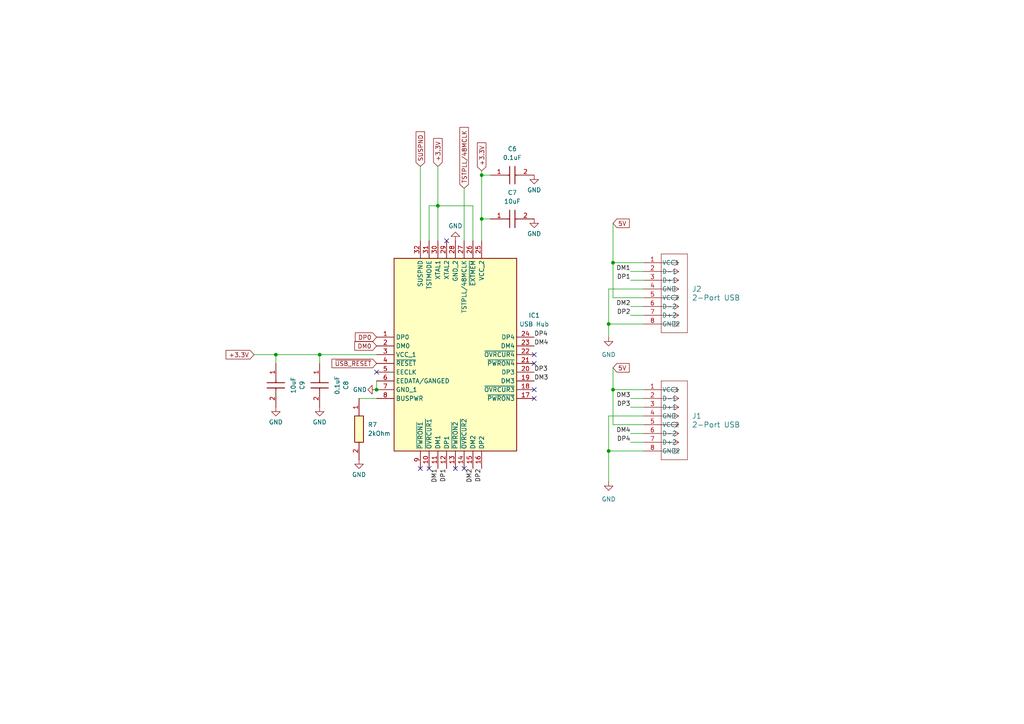
<source format=kicad_sch>
(kicad_sch (version 20231120) (generator "eeschema") (generator_version "8.0")
  (paper "A4")
  (lib_symbols
    (symbol "2-Port USB_1" (pin_names (offset 0.254))
      (property "Reference" "J" (at 8.89 6.35 0))
      (property "Value" "2-Port USB" (at -9.652 6.35 0))
      (symbol "2-Port USB_1_1_1"
        (polyline (pts (xy 5.08 -20.32) (xy 12.7 -20.32)) (stroke (width 0.127)))
        (polyline (pts (xy 5.08 2.54) (xy 5.08 -20.32)) (stroke (width 0.127)))
        (polyline (pts (xy 10.16 -17.78) (xy 5.08 -17.78)) (stroke (width 0.127)))
        (polyline (pts (xy 10.16 -17.78) (xy 8.89 -18.6267)) (stroke (width 0.127)))
        (polyline (pts (xy 10.16 -17.78) (xy 8.89 -16.9333)) (stroke (width 0.127)))
        (polyline (pts (xy 10.16 -15.24) (xy 5.08 -15.24)) (stroke (width 0.127)))
        (polyline (pts (xy 10.16 -15.24) (xy 8.89 -16.0867)) (stroke (width 0.127)))
        (polyline (pts (xy 10.16 -15.24) (xy 8.89 -14.3933)) (stroke (width 0.127)))
        (polyline (pts (xy 10.16 -12.7) (xy 5.08 -12.7)) (stroke (width 0.127)))
        (polyline (pts (xy 10.16 -12.7) (xy 8.89 -13.5467)) (stroke (width 0.127)))
        (polyline (pts (xy 10.16 -12.7) (xy 8.89 -11.8533)) (stroke (width 0.127)))
        (polyline (pts (xy 10.16 -10.16) (xy 5.08 -10.16)) (stroke (width 0.127)))
        (polyline (pts (xy 10.16 -10.16) (xy 8.89 -11.0067)) (stroke (width 0.127)))
        (polyline (pts (xy 10.16 -10.16) (xy 8.89 -9.3133)) (stroke (width 0.127)))
        (polyline (pts (xy 10.16 -7.62) (xy 5.08 -7.62)) (stroke (width 0.127)))
        (polyline (pts (xy 10.16 -7.62) (xy 8.89 -8.4667)) (stroke (width 0.127)))
        (polyline (pts (xy 10.16 -7.62) (xy 8.89 -6.7733)) (stroke (width 0.127)))
        (polyline (pts (xy 10.16 -5.08) (xy 5.08 -5.08)) (stroke (width 0.127)))
        (polyline (pts (xy 10.16 -5.08) (xy 8.89 -5.9267)) (stroke (width 0.127)))
        (polyline (pts (xy 10.16 -5.08) (xy 8.89 -4.2333)) (stroke (width 0.127)))
        (polyline (pts (xy 10.16 -2.54) (xy 5.08 -2.54)) (stroke (width 0.127)))
        (polyline (pts (xy 10.16 -2.54) (xy 8.89 -3.3867)) (stroke (width 0.127)))
        (polyline (pts (xy 10.16 -2.54) (xy 8.89 -1.6933)) (stroke (width 0.127)))
        (polyline (pts (xy 10.16 0) (xy 5.08 0)) (stroke (width 0.127)))
        (polyline (pts (xy 10.16 0) (xy 8.89 -0.8467)) (stroke (width 0.127)))
        (polyline (pts (xy 10.16 0) (xy 8.89 0.8467)) (stroke (width 0.127)))
        (polyline (pts (xy 12.7 -20.32) (xy 12.7 2.54)) (stroke (width 0.127)))
        (polyline (pts (xy 12.7 2.54) (xy 5.08 2.54)) (stroke (width 0.127)))
        (pin input line (at 0 0 0) (length 5.08) (name "VCC1") (number "1"))
        (pin input line (at 0 -2.54 0) (length 5.08) (name "D-1") (number "2"))
        (pin input line (at 0 -5.08 0) (length 5.08) (name "D+1") (number "3"))
        (pin input line (at 0 -7.62 0) (length 5.08) (name "GND") (number "4"))
        (pin input line (at 0 -10.16 0) (length 5.08) (name "VCC2") (number "5"))
        (pin input line (at 0 -12.7 0) (length 5.08) (name "D-2") (number "6"))
        (pin input line (at 0 -15.24 0) (length 5.08) (name "D+2") (number "7"))
        (pin input line (at 0 -17.78 0) (length 5.08) (name "GND2") (number "8"))
      )
      (symbol "2-Port USB_1_1_2"
        (polyline (pts (xy 5.08 -20.32) (xy 12.7 -20.32)) (stroke (width 0.127)))
        (polyline (pts (xy 5.08 2.54) (xy 5.08 -20.32)) (stroke (width 0.127)))
        (polyline (pts (xy 7.62 -17.78) (xy 5.08 -17.78)) (stroke (width 0.127)))
        (polyline (pts (xy 7.62 -17.78) (xy 8.89 -18.6267)) (stroke (width 0.127)))
        (polyline (pts (xy 7.62 -17.78) (xy 8.89 -16.9333)) (stroke (width 0.127)))
        (polyline (pts (xy 7.62 -15.24) (xy 5.08 -15.24)) (stroke (width 0.127)))
        (polyline (pts (xy 7.62 -15.24) (xy 8.89 -16.0867)) (stroke (width 0.127)))
        (polyline (pts (xy 7.62 -15.24) (xy 8.89 -14.3933)) (stroke (width 0.127)))
        (polyline (pts (xy 7.62 -12.7) (xy 5.08 -12.7)) (stroke (width 0.127)))
        (polyline (pts (xy 7.62 -12.7) (xy 8.89 -13.5467)) (stroke (width 0.127)))
        (polyline (pts (xy 7.62 -12.7) (xy 8.89 -11.8533)) (stroke (width 0.127)))
        (polyline (pts (xy 7.62 -10.16) (xy 5.08 -10.16)) (stroke (width 0.127)))
        (polyline (pts (xy 7.62 -10.16) (xy 8.89 -11.0067)) (stroke (width 0.127)))
        (polyline (pts (xy 7.62 -10.16) (xy 8.89 -9.3133)) (stroke (width 0.127)))
        (polyline (pts (xy 7.62 -7.62) (xy 5.08 -7.62)) (stroke (width 0.127)))
        (polyline (pts (xy 7.62 -7.62) (xy 8.89 -8.4667)) (stroke (width 0.127)))
        (polyline (pts (xy 7.62 -7.62) (xy 8.89 -6.7733)) (stroke (width 0.127)))
        (polyline (pts (xy 7.62 -5.08) (xy 5.08 -5.08)) (stroke (width 0.127)))
        (polyline (pts (xy 7.62 -5.08) (xy 8.89 -5.9267)) (stroke (width 0.127)))
        (polyline (pts (xy 7.62 -5.08) (xy 8.89 -4.2333)) (stroke (width 0.127)))
        (polyline (pts (xy 7.62 -2.54) (xy 5.08 -2.54)) (stroke (width 0.127)))
        (polyline (pts (xy 7.62 -2.54) (xy 8.89 -3.3867)) (stroke (width 0.127)))
        (polyline (pts (xy 7.62 -2.54) (xy 8.89 -1.6933)) (stroke (width 0.127)))
        (polyline (pts (xy 7.62 0) (xy 5.08 0)) (stroke (width 0.127)))
        (polyline (pts (xy 7.62 0) (xy 8.89 -0.8467)) (stroke (width 0.127)))
        (polyline (pts (xy 7.62 0) (xy 8.89 0.8467)) (stroke (width 0.127)))
        (polyline (pts (xy 12.7 -20.32) (xy 12.7 2.54)) (stroke (width 0.127)))
        (polyline (pts (xy 12.7 2.54) (xy 5.08 2.54)) (stroke (width 0.127)))
        (pin unspecified line (at 0 0 0) (length 5.08) (name "1") (number "1"))
        (pin unspecified line (at 0 -2.54 0) (length 5.08) (name "2") (number "2"))
        (pin unspecified line (at 0 -5.08 0) (length 5.08) (name "3") (number "3"))
        (pin unspecified line (at 0 -7.62 0) (length 5.08) (name "4") (number "4"))
        (pin unspecified line (at 0 -10.16 0) (length 5.08) (name "5") (number "5"))
        (pin unspecified line (at 0 -12.7 0) (length 5.08) (name "6") (number "6"))
        (pin unspecified line (at 0 -15.24 0) (length 5.08) (name "7") (number "7"))
        (pin unspecified line (at 0 -17.78 0) (length 5.08) (name "8") (number "8"))
      )
    )
    (symbol "group127:0805Capacitor" (pin_names hide)
      (property "Reference" "C" (at 8.89 6.35 0))
      (property "Value" "0805Capacitor" (at 8.89 3.81 0))
      (symbol "0805Capacitor_1_1"
        (polyline (pts (xy 5.08 0) (xy 5.588 0)) (stroke (width 0.254)))
        (polyline (pts (xy 5.588 2.54) (xy 5.588 -2.54)) (stroke (width 0.254)))
        (polyline (pts (xy 7.112 0) (xy 7.62 0)) (stroke (width 0.254)))
        (polyline (pts (xy 7.112 2.54) (xy 7.112 -2.54)) (stroke (width 0.254)))
        (pin passive line (at 0 0 0) (length 5.08) (name "1") (number "1"))
        (pin passive line (at 12.7 0 180) (length 5.08) (name "2") (number "2"))
      )
    )
    (symbol "group127:2-Port USB" (pin_names (offset 0.254))
      (property "Reference" "J" (at 8.89 6.35 0))
      (property "Value" "2-Port USB" (at -9.652 6.35 0))
      (symbol "2-Port USB_1_1"
        (polyline (pts (xy 5.08 -20.32) (xy 12.7 -20.32)) (stroke (width 0.127)))
        (polyline (pts (xy 5.08 2.54) (xy 5.08 -20.32)) (stroke (width 0.127)))
        (polyline (pts (xy 10.16 -17.78) (xy 5.08 -17.78)) (stroke (width 0.127)))
        (polyline (pts (xy 10.16 -17.78) (xy 8.89 -18.6267)) (stroke (width 0.127)))
        (polyline (pts (xy 10.16 -17.78) (xy 8.89 -16.9333)) (stroke (width 0.127)))
        (polyline (pts (xy 10.16 -15.24) (xy 5.08 -15.24)) (stroke (width 0.127)))
        (polyline (pts (xy 10.16 -15.24) (xy 8.89 -16.0867)) (stroke (width 0.127)))
        (polyline (pts (xy 10.16 -15.24) (xy 8.89 -14.3933)) (stroke (width 0.127)))
        (polyline (pts (xy 10.16 -12.7) (xy 5.08 -12.7)) (stroke (width 0.127)))
        (polyline (pts (xy 10.16 -12.7) (xy 8.89 -13.5467)) (stroke (width 0.127)))
        (polyline (pts (xy 10.16 -12.7) (xy 8.89 -11.8533)) (stroke (width 0.127)))
        (polyline (pts (xy 10.16 -10.16) (xy 5.08 -10.16)) (stroke (width 0.127)))
        (polyline (pts (xy 10.16 -10.16) (xy 8.89 -11.0067)) (stroke (width 0.127)))
        (polyline (pts (xy 10.16 -10.16) (xy 8.89 -9.3133)) (stroke (width 0.127)))
        (polyline (pts (xy 10.16 -7.62) (xy 5.08 -7.62)) (stroke (width 0.127)))
        (polyline (pts (xy 10.16 -7.62) (xy 8.89 -8.4667)) (stroke (width 0.127)))
        (polyline (pts (xy 10.16 -7.62) (xy 8.89 -6.7733)) (stroke (width 0.127)))
        (polyline (pts (xy 10.16 -5.08) (xy 5.08 -5.08)) (stroke (width 0.127)))
        (polyline (pts (xy 10.16 -5.08) (xy 8.89 -5.9267)) (stroke (width 0.127)))
        (polyline (pts (xy 10.16 -5.08) (xy 8.89 -4.2333)) (stroke (width 0.127)))
        (polyline (pts (xy 10.16 -2.54) (xy 5.08 -2.54)) (stroke (width 0.127)))
        (polyline (pts (xy 10.16 -2.54) (xy 8.89 -3.3867)) (stroke (width 0.127)))
        (polyline (pts (xy 10.16 -2.54) (xy 8.89 -1.6933)) (stroke (width 0.127)))
        (polyline (pts (xy 10.16 0) (xy 5.08 0)) (stroke (width 0.127)))
        (polyline (pts (xy 10.16 0) (xy 8.89 -0.8467)) (stroke (width 0.127)))
        (polyline (pts (xy 10.16 0) (xy 8.89 0.8467)) (stroke (width 0.127)))
        (polyline (pts (xy 12.7 -20.32) (xy 12.7 2.54)) (stroke (width 0.127)))
        (polyline (pts (xy 12.7 2.54) (xy 5.08 2.54)) (stroke (width 0.127)))
        (pin input line (at 0 0 0) (length 5.08) (name "VCC1") (number "1"))
        (pin input line (at 0 -2.54 0) (length 5.08) (name "D-1") (number "2"))
        (pin input line (at 0 -5.08 0) (length 5.08) (name "D+1") (number "3"))
        (pin input line (at 0 -7.62 0) (length 5.08) (name "GND") (number "4"))
        (pin input line (at 0 -10.16 0) (length 5.08) (name "VCC2") (number "5"))
        (pin input line (at 0 -12.7 0) (length 5.08) (name "D-2") (number "6"))
        (pin input line (at 0 -15.24 0) (length 5.08) (name "D+2") (number "7"))
        (pin input line (at 0 -17.78 0) (length 5.08) (name "GND2") (number "8"))
      )
      (symbol "2-Port USB_1_2"
        (polyline (pts (xy 5.08 -20.32) (xy 12.7 -20.32)) (stroke (width 0.127)))
        (polyline (pts (xy 5.08 2.54) (xy 5.08 -20.32)) (stroke (width 0.127)))
        (polyline (pts (xy 7.62 -17.78) (xy 5.08 -17.78)) (stroke (width 0.127)))
        (polyline (pts (xy 7.62 -17.78) (xy 8.89 -18.6267)) (stroke (width 0.127)))
        (polyline (pts (xy 7.62 -17.78) (xy 8.89 -16.9333)) (stroke (width 0.127)))
        (polyline (pts (xy 7.62 -15.24) (xy 5.08 -15.24)) (stroke (width 0.127)))
        (polyline (pts (xy 7.62 -15.24) (xy 8.89 -16.0867)) (stroke (width 0.127)))
        (polyline (pts (xy 7.62 -15.24) (xy 8.89 -14.3933)) (stroke (width 0.127)))
        (polyline (pts (xy 7.62 -12.7) (xy 5.08 -12.7)) (stroke (width 0.127)))
        (polyline (pts (xy 7.62 -12.7) (xy 8.89 -13.5467)) (stroke (width 0.127)))
        (polyline (pts (xy 7.62 -12.7) (xy 8.89 -11.8533)) (stroke (width 0.127)))
        (polyline (pts (xy 7.62 -10.16) (xy 5.08 -10.16)) (stroke (width 0.127)))
        (polyline (pts (xy 7.62 -10.16) (xy 8.89 -11.0067)) (stroke (width 0.127)))
        (polyline (pts (xy 7.62 -10.16) (xy 8.89 -9.3133)) (stroke (width 0.127)))
        (polyline (pts (xy 7.62 -7.62) (xy 5.08 -7.62)) (stroke (width 0.127)))
        (polyline (pts (xy 7.62 -7.62) (xy 8.89 -8.4667)) (stroke (width 0.127)))
        (polyline (pts (xy 7.62 -7.62) (xy 8.89 -6.7733)) (stroke (width 0.127)))
        (polyline (pts (xy 7.62 -5.08) (xy 5.08 -5.08)) (stroke (width 0.127)))
        (polyline (pts (xy 7.62 -5.08) (xy 8.89 -5.9267)) (stroke (width 0.127)))
        (polyline (pts (xy 7.62 -5.08) (xy 8.89 -4.2333)) (stroke (width 0.127)))
        (polyline (pts (xy 7.62 -2.54) (xy 5.08 -2.54)) (stroke (width 0.127)))
        (polyline (pts (xy 7.62 -2.54) (xy 8.89 -3.3867)) (stroke (width 0.127)))
        (polyline (pts (xy 7.62 -2.54) (xy 8.89 -1.6933)) (stroke (width 0.127)))
        (polyline (pts (xy 7.62 0) (xy 5.08 0)) (stroke (width 0.127)))
        (polyline (pts (xy 7.62 0) (xy 8.89 -0.8467)) (stroke (width 0.127)))
        (polyline (pts (xy 7.62 0) (xy 8.89 0.8467)) (stroke (width 0.127)))
        (polyline (pts (xy 12.7 -20.32) (xy 12.7 2.54)) (stroke (width 0.127)))
        (polyline (pts (xy 12.7 2.54) (xy 5.08 2.54)) (stroke (width 0.127)))
        (pin unspecified line (at 0 0 0) (length 5.08) (name "1") (number "1"))
        (pin unspecified line (at 0 -2.54 0) (length 5.08) (name "2") (number "2"))
        (pin unspecified line (at 0 -5.08 0) (length 5.08) (name "3") (number "3"))
        (pin unspecified line (at 0 -7.62 0) (length 5.08) (name "4") (number "4"))
        (pin unspecified line (at 0 -10.16 0) (length 5.08) (name "5") (number "5"))
        (pin unspecified line (at 0 -12.7 0) (length 5.08) (name "6") (number "6"))
        (pin unspecified line (at 0 -15.24 0) (length 5.08) (name "7") (number "7"))
        (pin unspecified line (at 0 -17.78 0) (length 5.08) (name "8") (number "8"))
      )
    )
    (symbol "group127:Resistor" (pin_names hide)
      (property "Reference" "R" (at 13.97 6.35 0))
      (property "Value" "Resistor" (at 13.97 3.81 0))
      (symbol "Resistor_1_1"
        (rectangle (start 5.08 1.27) (end 12.7 -1.27) (stroke (width 0.254)) (fill (type background)))
        (pin passive line (at 0 0 0) (length 5.08) (name "1") (number "1"))
        (pin passive line (at 17.78 0 180) (length 5.08) (name "2") (number "2"))
      )
    )
    (symbol "group127:USB Hub"
      (property "Reference" "IC" (at 41.91 27.94 0))
      (property "Value" "USB Hub" (at 41.91 25.4 0))
      (symbol "USB Hub_1_1"
        (rectangle (start 5.08 22.86) (end 40.64 -33.02) (stroke (width 0.254)) (fill (type background)))
        (pin passive line (at 0 0 0) (length 5.08) (name "DP0") (number "1"))
        (pin passive line (at 15.24 -38.1 90) (length 5.08) (name "~{OVRCUR1}") (number "10"))
        (pin passive line (at 17.78 -38.1 90) (length 5.08) (name "DM1") (number "11"))
        (pin passive line (at 20.32 -38.1 90) (length 5.08) (name "DP1") (number "12"))
        (pin passive line (at 22.86 -38.1 90) (length 5.08) (name "~{PWRON2}") (number "13"))
        (pin passive line (at 25.4 -38.1 90) (length 5.08) (name "~{OVRCUR2}") (number "14"))
        (pin passive line (at 27.94 -38.1 90) (length 5.08) (name "DM2") (number "15"))
        (pin passive line (at 30.48 -38.1 90) (length 5.08) (name "DP2") (number "16"))
        (pin passive line (at 45.72 -17.78 180) (length 5.08) (name "~{PWRON3}") (number "17"))
        (pin passive line (at 45.72 -15.24 180) (length 5.08) (name "~{OVRCUR3}") (number "18"))
        (pin passive line (at 45.72 -12.7 180) (length 5.08) (name "DM3") (number "19"))
        (pin passive line (at 0 -2.54 0) (length 5.08) (name "DM0") (number "2"))
        (pin passive line (at 45.72 -10.16 180) (length 5.08) (name "DP3") (number "20"))
        (pin passive line (at 45.72 -7.62 180) (length 5.08) (name "~{PWRON4}") (number "21"))
        (pin passive line (at 45.72 -5.08 180) (length 5.08) (name "~{OVRCUR4}") (number "22"))
        (pin passive line (at 45.72 -2.54 180) (length 5.08) (name "DM4") (number "23"))
        (pin passive line (at 45.72 0 180) (length 5.08) (name "DP4") (number "24"))
        (pin passive line (at 30.48 27.94 270) (length 5.08) (name "VCC_2") (number "25"))
        (pin passive line (at 27.94 27.94 270) (length 5.08) (name "~{EXTMEM}") (number "26"))
        (pin passive line (at 25.4 27.94 270) (length 5.08) (name "TSTPLL/48MCLK") (number "27"))
        (pin passive line (at 22.86 27.94 270) (length 5.08) (name "GND_2") (number "28"))
        (pin passive line (at 20.32 27.94 270) (length 5.08) (name "XTAL2") (number "29"))
        (pin passive line (at 0 -5.08 0) (length 5.08) (name "VCC_1") (number "3"))
        (pin passive line (at 17.78 27.94 270) (length 5.08) (name "XTAL1") (number "30"))
        (pin passive line (at 15.24 27.94 270) (length 5.08) (name "TSTMODE") (number "31"))
        (pin passive line (at 12.7 27.94 270) (length 5.08) (name "SUSPND") (number "32"))
        (pin passive line (at 0 -7.62 0) (length 5.08) (name "~{RESET}") (number "4"))
        (pin passive line (at 0 -10.16 0) (length 5.08) (name "EECLK") (number "5"))
        (pin passive line (at 0 -12.7 0) (length 5.08) (name "EEDATA/GANGED") (number "6"))
        (pin passive line (at 0 -15.24 0) (length 5.08) (name "GND_1") (number "7"))
        (pin passive line (at 0 -17.78 0) (length 5.08) (name "BUSPWR") (number "8"))
        (pin passive line (at 12.7 -38.1 90) (length 5.08) (name "~{PWRON1}") (number "9"))
      )
    )
    (symbol "power:GND" (power) (pin_numbers hide) (pin_names (offset 0) hide)
      (property "Value" "GND" (at 0 -3.81 0))
      (symbol "GND_0_1"
        (polyline (pts (xy 0 0) (xy 0 -1.27) (xy 1.27 -1.27) (xy 0 -2.54) (xy -1.27 -1.27) (xy 0 -1.27)))
      )
      (symbol "GND_1_1"
        (pin power_in line (at 0 0 270) (length 0) (name "~") (number "1"))
      )
    )
  )
  (junction (at 92.71 102.87))
  (junction (at 176.53 93.98))
  (junction (at 127 59.69))
  (junction (at 176.53 130.81))
  (junction (at 139.7 50.8))
  (junction (at 139.7 63.5))
  (junction (at 109.22 113.03))
  (junction (at 177.8 113.03))
  (junction (at 177.8 76.2))
  (junction (at 80.01 102.87))
  (no_connect (at 154.94 115.57))
  (no_connect (at 154.94 113.03))
  (no_connect (at 154.94 105.41))
  (no_connect (at 121.92 135.89))
  (no_connect (at 129.54 69.85))
  (no_connect (at 132.08 135.89))
  (no_connect (at 134.62 135.89))
  (no_connect (at 124.46 135.89))
  (no_connect (at 109.22 107.95))
  (no_connect (at 154.94 102.87))
  (wire (pts (xy 137.16 69.85) (xy 137.16 59.69)))
  (wire (pts (xy 186.69 93.98) (xy 176.53 93.98)))
  (wire (pts (xy 176.53 93.98) (xy 176.53 97.79)))
  (wire (pts (xy 127 69.85) (xy 127 59.69)))
  (wire (pts (xy 137.16 59.69) (xy 127 59.69)))
  (wire (pts (xy 177.8 76.2) (xy 177.8 64.77)))
  (wire (pts (xy 134.62 54.61) (xy 134.62 69.85)))
  (wire (pts (xy 104.14 115.57) (xy 109.22 115.57)))
  (wire (pts (xy 182.88 78.74) (xy 186.69 78.74)))
  (wire (pts (xy 176.53 130.81) (xy 176.53 139.7)))
  (wire (pts (xy 124.46 69.85) (xy 124.46 59.69)))
  (wire (pts (xy 186.69 76.2) (xy 177.8 76.2)))
  (wire (pts (xy 92.71 102.87) (xy 80.01 102.87)))
  (wire (pts (xy 186.69 86.36) (xy 177.8 86.36)))
  (wire (pts (xy 182.88 81.28) (xy 186.69 81.28)))
  (wire (pts (xy 139.7 50.8) (xy 139.7 63.5)))
  (wire (pts (xy 139.7 50.8) (xy 142.24 50.8)))
  (wire (pts (xy 139.7 63.5) (xy 139.7 69.85)))
  (wire (pts (xy 186.69 120.65) (xy 176.53 120.65)))
  (wire (pts (xy 182.88 91.44) (xy 186.69 91.44)))
  (wire (pts (xy 182.88 88.9) (xy 186.69 88.9)))
  (wire (pts (xy 92.71 102.87) (xy 92.71 105.41)))
  (wire (pts (xy 177.8 86.36) (xy 177.8 76.2)))
  (wire (pts (xy 80.01 102.87) (xy 80.01 105.41)))
  (wire (pts (xy 176.53 83.82) (xy 176.53 93.98)))
  (wire (pts (xy 127 48.26) (xy 127 59.69)))
  (wire (pts (xy 177.8 106.68) (xy 177.8 113.03)))
  (wire (pts (xy 182.88 118.11) (xy 186.69 118.11)))
  (wire (pts (xy 186.69 123.19) (xy 177.8 123.19)))
  (wire (pts (xy 127 59.69) (xy 124.46 59.69)))
  (wire (pts (xy 182.88 128.27) (xy 186.69 128.27)))
  (wire (pts (xy 121.92 48.26) (xy 121.92 69.85)))
  (wire (pts (xy 139.7 49.53) (xy 139.7 50.8)))
  (wire (pts (xy 186.69 130.81) (xy 176.53 130.81)))
  (wire (pts (xy 186.69 113.03) (xy 177.8 113.03)))
  (wire (pts (xy 182.88 115.57) (xy 186.69 115.57)))
  (wire (pts (xy 186.69 83.82) (xy 176.53 83.82)))
  (wire (pts (xy 176.53 120.65) (xy 176.53 130.81)))
  (wire (pts (xy 80.01 102.87) (xy 73.66 102.87)))
  (wire (pts (xy 92.71 102.87) (xy 109.22 102.87)))
  (wire (pts (xy 177.8 113.03) (xy 177.8 123.19)))
  (wire (pts (xy 182.88 125.73) (xy 186.69 125.73)))
  (wire (pts (xy 139.7 63.5) (xy 142.24 63.5)))
  (wire (pts (xy 109.22 113.03) (xy 109.22 110.49)))
  (label "DM3" (at 154.94 110.49 0))
  (label "DP4" (at 154.94 97.79 0))
  (label "DM1" (at 182.88 78.74 180))
  (label "DM4" (at 154.94 100.33 0))
  (label "DP3" (at 182.88 118.11 180))
  (label "DP2" (at 182.88 91.44 180))
  (label "DP3" (at 154.94 107.95 0))
  (label "DM1" (at 127 135.89 270))
  (label "DP2" (at 139.7 135.89 270))
  (label "DP1" (at 182.88 81.28 180))
  (label "DM2" (at 182.88 88.9 180))
  (label "DP1" (at 129.54 135.89 270))
  (label "DP4" (at 182.88 128.27 180))
  (label "DM3" (at 182.88 115.57 180))
  (label "DM2" (at 137.16 135.89 270))
  (label "DM4" (at 182.88 125.73 180))
  (global_label "TSTPLL/48MCLK" (shape input) (at 134.62 54.61 90) (property "Intersheetrefs" "${INTERSHEET_REFS}" (effects (hide yes))))
  (global_label "DM0" (shape input) (at 109.22 100.33 180) (property "Intersheetrefs" "${INTERSHEET_REFS}" (effects (hide yes))))
  (global_label "+3.3V" (shape input) (at 139.7 49.53 90) (property "Intersheetrefs" "${INTERSHEET_REFS}" (effects (hide yes))))
  (global_label "DP0" (shape input) (at 109.22 97.79 180) (property "Intersheetrefs" "${INTERSHEET_REFS}" (effects (hide yes))))
  (global_label "SUSPND" (shape input) (at 121.92 48.26 90) (property "Intersheetrefs" "${INTERSHEET_REFS}" (effects (hide yes))))
  (global_label "5V" (shape input) (at 177.8 106.68 0) (property "Intersheetrefs" "${INTERSHEET_REFS}" (effects (hide yes))))
  (global_label "~{USB_RESET}" (shape input) (at 109.22 105.41 180) (property "Intersheetrefs" "${INTERSHEET_REFS}" (effects (hide yes))))
  (global_label "+3.3V" (shape input) (at 73.66 102.87 180) (property "Intersheetrefs" "${INTERSHEET_REFS}" (effects (hide yes))))
  (global_label "+3.3V" (shape input) (at 127 48.26 90) (property "Intersheetrefs" "${INTERSHEET_REFS}" (effects (hide yes))))
  (global_label "5V" (shape input) (at 177.8 64.77 0) (property "Intersheetrefs" "${INTERSHEET_REFS}" (effects (hide yes))))
  (symbol (lib_id "group127:Resistor") (at 104.14 115.57 270) (unit 1)
    (property "Reference" "R7" (at 106.68 123.1899 90) (effects (justify left)))
    (property "Value" "2kOhm" (at 106.68 125.7299 90) (effects (justify left)))
    (property "Footprint" "RESC2012X60N" (effects (hide yes)))
    (property "Datasheet" "https://www.bourns.com/pdfs/chpreztr.pdf" (effects (hide yes)))
    (property "Description" "Thick Film Resistors - SMD 270ohm 1%" (effects (hide yes)))
    (property "Height" "0.6" (effects (hide yes)))
    (property "Mouser Part Number" "652-CR0805FX-2700ELF" (effects (hide yes)))
    (property "Mouser Price/Stock" "https://www.mouser.co.uk/ProductDetail/Bourns/CR0805-FX-2700ELF?qs=4vGXhLEMbUwfoxAMFQ260A%3D%3D" (effects (hide yes)))
    (property "Manufacturer_Name" "Bourns" (effects (hide yes)))
    (property "Manufacturer_Part_Number" "CR0805-FX-2700ELF" (effects (hide yes)))
  )
  (symbol (lib_id "group127:0805Capacitor") (at 142.24 63.5 0) (unit 1)
    (property "Reference" "C7" (at 148.59 55.88 0))
    (property "Value" "10uF" (at 148.59 58.42 0))
    (property "Footprint" "CAPC2012X94N" (effects (hide yes)))
    (property "Datasheet" "http://datasheets.avx.com/X7RDielectric.pdf" (effects (hide yes)))
    (property "Description" "0805 X7R ceramic capacitor,100nF 50V AVX 0805 Standard 100nF Ceramic Multilayer Capacitor, 50 V dc, +125degC, X7R Dielectric,  /-10% SMD" (effects (hide yes)))
    (property "Height" "0.94" (effects (hide yes)))
    (property "Mouser Part Number" "581-08055C104K" (effects (hide yes)))
    (property "Mouser Price/Stock" "https://www.mouser.co.uk/ProductDetail/KYOCERA-AVX/08055C104KAT2A?qs=2ujN4bDBNE9mJvapP%252BjopA%3D%3D" (effects (hide yes)))
    (property "Manufacturer_Name" "Kyocera AVX" (effects (hide yes)))
    (property "Manufacturer_Part_Number" "08055C104KAT2A" (effects (hide yes)))
  )
  (symbol (lib_id "group127:2-Port USB") (at 186.69 113.03 0) (unit 1)
    (property "Reference" "J1" (at 200.66 120.6499 0) (effects (font (size 1.524 1.524)) (justify left)))
    (property "Value" "2-Port USB" (at 200.66 123.1899 0) (effects (font (size 1.524 1.524)) (justify left)))
    (property "Footprint" "CONN_AU-Y1008-2_ASM" (effects (hide yes)))
    (property "Datasheet" "AU-Y1008-2" (effects (hide yes)))
  )
  (symbol (lib_id "power:GND") (at 109.22 113.03 270) (unit 1)
    (property "Reference" "#PWR015" (effects (hide yes)))
    (property "Value" "GND" (at 106.426 113.03 90) (effects (justify right)))
    (property "Description" "Power symbol creates a global label with name \"GND\" , ground" (effects (hide yes)))
  )
  (symbol (lib_name "2-Port USB_1") (lib_id "group127:2-Port USB") (at 186.69 76.2 0) (unit 1)
    (property "Reference" "J2" (at 200.66 83.8199 0) (effects (font (size 1.524 1.524)) (justify left)))
    (property "Value" "2-Port USB" (at 200.66 86.3599 0) (effects (font (size 1.524 1.524)) (justify left)))
    (property "Footprint" "CONN_AU-Y1008-2_ASM" (effects (hide yes)))
    (property "Datasheet" "AU-Y1008-2" (effects (hide yes)))
  )
  (symbol (lib_id "group127:0805Capacitor") (at 80.01 105.41 270) (unit 1)
    (property "Reference" "C9" (at 87.63 111.76 0))
    (property "Value" "10uF" (at 85.09 111.76 0))
    (property "Footprint" "CAPC2012X94N" (effects (hide yes)))
    (property "Datasheet" "http://datasheets.avx.com/X7RDielectric.pdf" (effects (hide yes)))
    (property "Description" "0805 X7R ceramic capacitor,100nF 50V AVX 0805 Standard 100nF Ceramic Multilayer Capacitor, 50 V dc, +125degC, X7R Dielectric,  /-10% SMD" (effects (hide yes)))
    (property "Height" "0.94" (effects (hide yes)))
    (property "Mouser Part Number" "581-08055C104K" (effects (hide yes)))
    (property "Mouser Price/Stock" "https://www.mouser.co.uk/ProductDetail/KYOCERA-AVX/08055C104KAT2A?qs=2ujN4bDBNE9mJvapP%252BjopA%3D%3D" (effects (hide yes)))
    (property "Manufacturer_Name" "Kyocera AVX" (effects (hide yes)))
    (property "Manufacturer_Part_Number" "08055C104KAT2A" (effects (hide yes)))
  )
  (symbol (lib_id "power:GND") (at 104.14 133.35 0) (unit 1)
    (property "Reference" "#PWR019" (effects (hide yes)))
    (property "Value" "GND" (at 106.172 137.668 0) (effects (justify right)))
    (property "Description" "Power symbol creates a global label with name \"GND\" , ground" (effects (hide yes)))
  )
  (symbol (lib_id "group127:0805Capacitor") (at 92.71 105.41 270) (unit 1)
    (property "Reference" "C8" (at 100.33 111.76 0))
    (property "Value" "0.1uF" (at 97.79 111.76 0))
    (property "Footprint" "CAPC2012X94N" (effects (hide yes)))
    (property "Datasheet" "http://datasheets.avx.com/X7RDielectric.pdf" (effects (hide yes)))
    (property "Description" "0805 X7R ceramic capacitor,100nF 50V AVX 0805 Standard 100nF Ceramic Multilayer Capacitor, 50 V dc, +125degC, X7R Dielectric,  /-10% SMD" (effects (hide yes)))
    (property "Height" "0.94" (effects (hide yes)))
    (property "Mouser Part Number" "581-08055C104K" (effects (hide yes)))
    (property "Mouser Price/Stock" "https://www.mouser.co.uk/ProductDetail/KYOCERA-AVX/08055C104KAT2A?qs=2ujN4bDBNE9mJvapP%252BjopA%3D%3D" (effects (hide yes)))
    (property "Manufacturer_Name" "Kyocera AVX" (effects (hide yes)))
    (property "Manufacturer_Part_Number" "08055C104KAT2A" (effects (hide yes)))
  )
  (symbol (lib_id "power:GND") (at 154.94 63.5 0) (unit 1)
    (property "Reference" "#PWR04" (effects (hide yes)))
    (property "Value" "GND" (at 156.972 67.818 0) (effects (justify right)))
    (property "Description" "Power symbol creates a global label with name \"GND\" , ground" (effects (hide yes)))
  )
  (symbol (lib_id "power:GND") (at 176.53 139.7 0) (unit 1)
    (property "Reference" "#PWR02" (effects (hide yes)))
    (property "Value" "GND" (at 176.53 144.78 0))
    (property "Description" "Power symbol creates a global label with name \"GND\" , ground" (effects (hide yes)))
  )
  (symbol (lib_id "power:GND") (at 80.01 118.11 0) (unit 1)
    (property "Reference" "#PWR018" (effects (hide yes)))
    (property "Value" "GND" (at 82.042 122.428 0) (effects (justify right)))
    (property "Description" "Power symbol creates a global label with name \"GND\" , ground" (effects (hide yes)))
  )
  (symbol (lib_id "group127:0805Capacitor") (at 142.24 50.8 0) (unit 1)
    (property "Reference" "C6" (at 148.59 43.18 0))
    (property "Value" "0.1uF" (at 148.59 45.72 0))
    (property "Footprint" "CAPC2012X94N" (effects (hide yes)))
    (property "Datasheet" "http://datasheets.avx.com/X7RDielectric.pdf" (effects (hide yes)))
    (property "Description" "0805 X7R ceramic capacitor,100nF 50V AVX 0805 Standard 100nF Ceramic Multilayer Capacitor, 50 V dc, +125degC, X7R Dielectric,  /-10% SMD" (effects (hide yes)))
    (property "Height" "0.94" (effects (hide yes)))
    (property "Mouser Part Number" "581-08055C104K" (effects (hide yes)))
    (property "Mouser Price/Stock" "https://www.mouser.co.uk/ProductDetail/KYOCERA-AVX/08055C104KAT2A?qs=2ujN4bDBNE9mJvapP%252BjopA%3D%3D" (effects (hide yes)))
    (property "Manufacturer_Name" "Kyocera AVX" (effects (hide yes)))
    (property "Manufacturer_Part_Number" "08055C104KAT2A" (effects (hide yes)))
  )
  (symbol (lib_id "group127:USB Hub") (at 109.22 97.79 0) (unit 1)
    (property "Reference" "IC1" (at 154.94 91.4714 0))
    (property "Value" "USB Hub" (at 154.94 94.0114 0))
    (property "Footprint" "QFP80P900X900X160-32N" (effects (hide yes)))
    (property "Datasheet" "http://www.ti.com/lit/gpn/tusb2046i" (effects (hide yes)))
    (property "Description" "4-port 12-Mbps USB full-speed hub with optional serial EEPROM interface" (effects (hide yes)))
    (property "Height" "1.6" (effects (hide yes)))
    (property "Mouser Part Number" "595-TUSB2046IBVF" (effects (hide yes)))
    (property "Mouser Price/Stock" "https://www.mouser.co.uk/ProductDetail/Texas-Instruments/TUSB2046IBVF?qs=HXFqYaX1Q2zoacj5Hiwo4Q%3D%3D" (effects (hide yes)))
    (property "Manufacturer_Name" "Texas Instruments" (effects (hide yes)))
    (property "Manufacturer_Part_Number" "TUSB2046IBVF" (effects (hide yes)))
  )
  (symbol (lib_id "power:GND") (at 154.94 50.8 0) (unit 1)
    (property "Reference" "#PWR03" (effects (hide yes)))
    (property "Value" "GND" (at 156.972 55.118 0) (effects (justify right)))
    (property "Description" "Power symbol creates a global label with name \"GND\" , ground" (effects (hide yes)))
  )
  (symbol (lib_id "power:GND") (at 92.71 118.11 0) (unit 1)
    (property "Reference" "#PWR017" (effects (hide yes)))
    (property "Value" "GND" (at 94.742 122.428 0) (effects (justify right)))
    (property "Description" "Power symbol creates a global label with name \"GND\" , ground" (effects (hide yes)))
  )
  (symbol (lib_id "power:GND") (at 176.53 97.79 0) (unit 1)
    (property "Reference" "#PWR01" (effects (hide yes)))
    (property "Value" "GND" (at 176.53 102.87 0))
    (property "Description" "Power symbol creates a global label with name \"GND\" , ground" (effects (hide yes)))
  )
  (symbol (lib_id "power:GND") (at 132.08 69.85 180) (unit 1)
    (property "Reference" "#PWR016" (effects (hide yes)))
    (property "Value" "GND" (at 130.048 65.532 0) (effects (justify right)))
    (property "Description" "Power symbol creates a global label with name \"GND\" , ground" (effects (hide yes)))
  )
)
</source>
